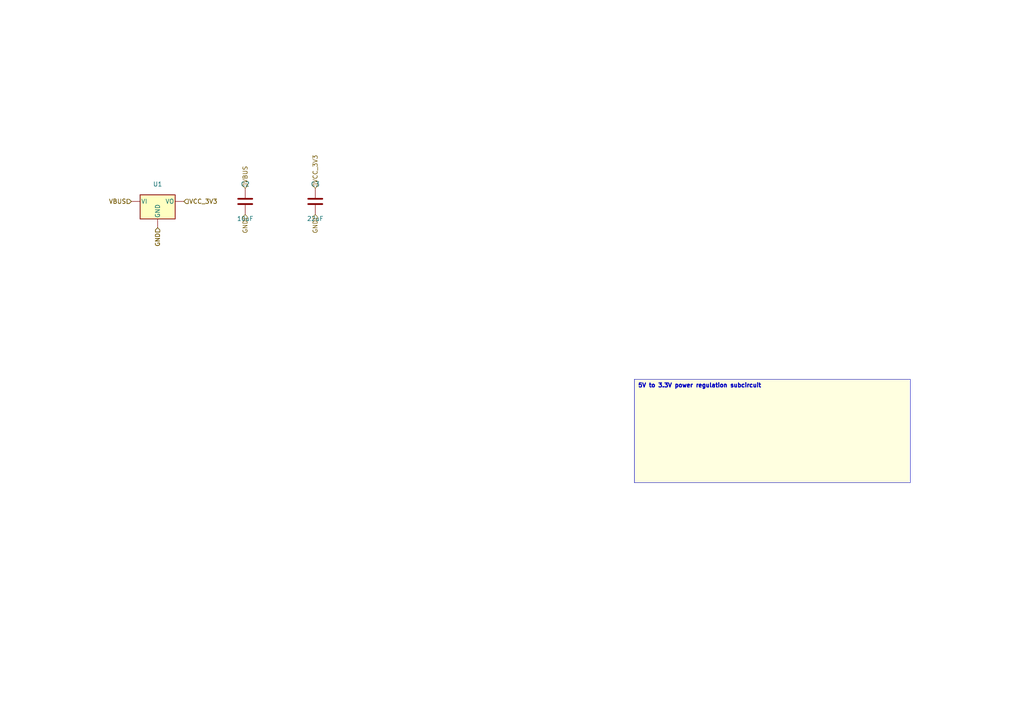
<source format=kicad_sch>
(kicad_sch (version 20250114) (generator "kicad_api") (generator_version 9.0)
  (paper A4)
  (paper A4)
  (lib_symbols
    (symbol "Device:C" (pin_numbers hide) (pin_names (offset 0.254))
      (property "Reference" "C" (at 0.0 0.0 0))
      (property "Value" "C" (at 0.0 0.0 0))
      (symbol "C_0_1"
        (polyline (pts (xy -2.032 0.762) (xy 2.032 0.762)) (stroke (width 0.508)))
        (polyline (pts (xy -2.032 -0.762) (xy 2.032 -0.762)) (stroke (width 0.508)))
      )
      (symbol "C_1_1"
        (pin passive line (at 0.0 3.81 270) (length 2.794) (name ~) (number "1"))
        (pin passive line (at 0.0 -3.81 90) (length 2.794) (name ~) (number "2"))
      )
    )
    (symbol "Regulator_Linear:AMS1117-3.3" (pin_numbers hide) (pin_names (offset 0.254))
      (property "Reference" "U" (at 0.0 0.0 0))
      (property "Value" "AMS1117-3.3" (at 0.0 0.0 0))
      (symbol "AMS1117-3.3_0_1"
        (rectangle (start -5.08 -5.08) (end 5.08 1.905) (stroke (width 0.254)) (fill (type background)))
      )
      (symbol "AMS1117-3.3_1_1"
        (pin power_in line (at -7.62 0.0 0) (length 2.54) (name VI) (number "3"))
        (pin power_in line (at 0.0 -7.62 90) (length 2.54) (name GND) (number "1"))
        (pin power_out line (at 7.62 0.0 180) (length 2.54) (name VO) (number "2"))
      )
    )
  )
  (title_block (title Power_Supply) (date 2025-08-01) (company Circuit-Synth))
  (symbol (lib_id Regulator_Linear:AMS1117-3.3) (at 45.72 58.42 0)
    (property "Reference" "U1" (at 45.72 53.42 0))
    (property "Footprint" "Package_TO_SOT_SMD:SOT-223-3_TabPin2" (effects (hide yes)))
    (instances (project "circuit" (path "" (reference U1) (unit 1))) (project "ESP32_C6_Dev_Board" (path "" (reference U1) (unit 1))))
  )
  (symbol (lib_id Device:C) (at 71.12 58.42 0)
    (property "Reference" "C2" (at 71.12 53.42 0))
    (property "Value" "10uF" (at 71.12 63.42 0))
    (property "Footprint" "Capacitor_SMD:C_0805_2012Metric" (effects (hide yes)))
    (instances (project "circuit" (path "" (reference C2) (unit 1))) (project "ESP32_C6_Dev_Board" (path "" (reference C2) (unit 1))))
  )
  (symbol (lib_id Device:C) (at 91.44 58.42 0)
    (property "Reference" "C3" (at 91.44 53.42 0))
    (property "Value" "22uF" (at 91.44 63.42 0))
    (property "Footprint" "Capacitor_SMD:C_0805_2012Metric" (effects (hide yes)))
    (instances (project "circuit" (path "" (reference C3) (unit 1))) (project "ESP32_C6_Dev_Board" (path "" (reference C3) (unit 1))))
  )
  (hierarchical_label VBUS (shape input) (at 38.1 58.42 180))
  (hierarchical_label VBUS (shape input) (at 38.1 58.42 180))
  (hierarchical_label VBUS (shape input) (at 71.12 54.61 90))
  (hierarchical_label GND (shape input) (at 45.72 66.04 270))
  (hierarchical_label GND (shape input) (at 45.72 66.04 270))
  (hierarchical_label GND (shape input) (at 71.12 62.230000000000004 270))
  (hierarchical_label GND (shape input) (at 91.44 62.230000000000004 270))
  (hierarchical_label VCC_3V3 (shape input) (at 53.339999999999996 58.42 0))
  (hierarchical_label VCC_3V3 (shape input) (at 53.339999999999996 58.42 0))
  (hierarchical_label VCC_3V3 (shape input) (at 91.44 54.61 90))
  (text_box "5V to 3.3V power regulation subcircuit" (exclude_from_sim yes) (at 184.0 110.0 0) (size 80.0 30.0) (margins 1.0 1.0 1.0 1.0) (stroke (width 0.1)) (fill (type color) (color 255 255 224 1)) (effects (font (size 1.2 1.2) (thickness 0.254)) (justify left top)))
  (text_box "5V to 3.3V power regulation subcircuit" (exclude_from_sim yes) (at 184.0 110.0 0) (size 80.0 30.0) (margins 1.0 1.0 1.0 1.0) (stroke (width 0.1)) (fill (type color) (color 255 255 224 1)) (effects (font (size 1.2 1.2) (thickness 0.254)) (justify left top)))
)
</source>
